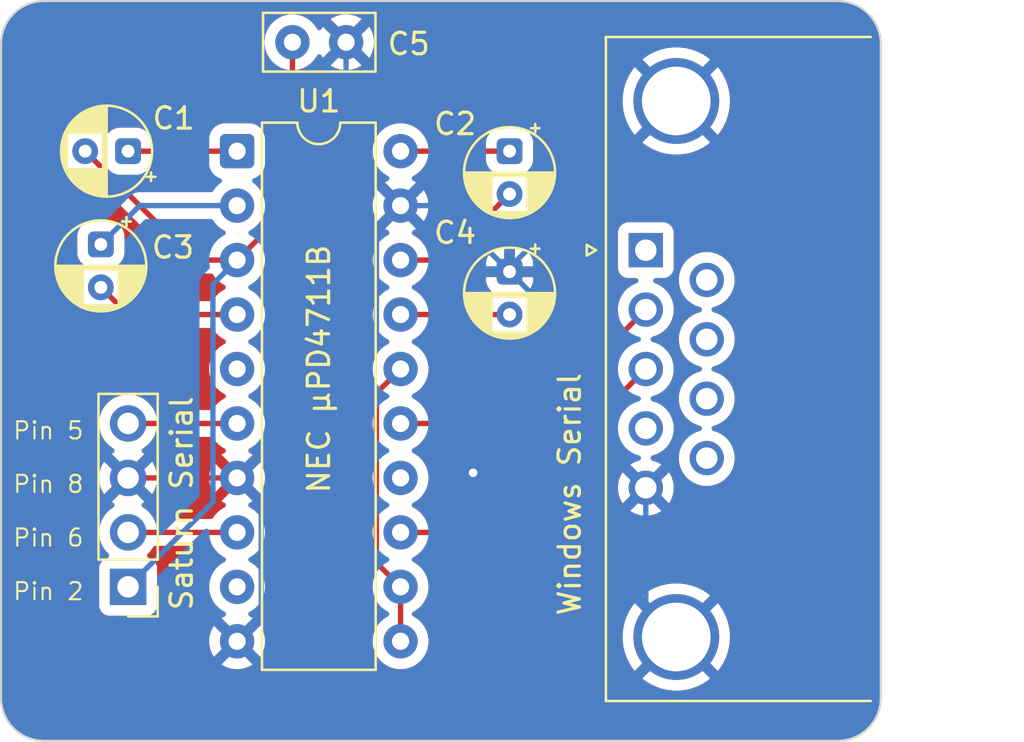
<source format=kicad_pcb>
(kicad_pcb (version 20241229) (generator "pcbnew") (generator_version "9.0")
  (title_block (title "Windows Communication Cable") (date "7/DEC/2025") (rev "A") (company "ASCII Corp.") (comment 3 "www.youtube.com/@Brfff") (comment 4 "Brett Hallen, Dec 2025"))
  (layers (0 "F.Cu" signal) (2 "B.Cu" signal) (13 "F.Paste" user) (15 "B.Paste" user) (5 "F.SilkS" user "F.Silkscreen") (7 "B.SilkS" user "B.Silkscreen") (1 "F.Mask" user) (3 "B.Mask" user) (25 "Edge.Cuts" user))
  (net 0 "")
  (net 1 "Net-(U1-V_{DD})")
  (net 2 "/SATURN_{アカ}")
  (net 3 "Net-(U1-C_{1}^{+})")
  (net 4 "Net-(U1-C_{1}^{-})")
  (net 5 "Net-(U1-C_{4}^{+})")
  (net 6 "Net-(U1-C_{4}^{-})")
  (net 7 "Net-(U1-V_{SS})")
  (net 8 "/SATURN_{クロ}")
  (net 9 "/SATURN_{シロ}")
  (net 15 "/WIN_{TX}")
  (net 16 "/WIN_{RX}")
  (net 18 "Net-(U1-D_{CON})")
  (net 22 "/GND")
  (footprint "Capacitor_THT:CP_Radial_D4.0mm_P2.00mm" (layer "F.Cu") (at 137.98 91.48 -90)
    (property "Reference" "C3" (at 0.14 -3.36 180) (layer "F.SilkS"))
    (property "Value" "1µF" (hide yes))
    (fp_line (start 1.2 0.84) (end 1.2 2.071) (stroke (width 0.12)) (layer "F.SilkS"))
    (fp_line (start 1.24 0.84) (end 1.24 2.066) (stroke (width 0.12)) (layer "F.SilkS"))
    (fp_line (start 1.28 0.84) (end 1.28 2.061) (stroke (width 0.12)) (layer "F.SilkS"))
    (fp_line (start 1.32 0.84) (end 1.32 2.056) (stroke (width 0.12)) (layer "F.SilkS"))
    (fp_line (start 1.36 0.84) (end 1.36 2.049) (stroke (width 0.12)) (layer "F.SilkS"))
    (fp_line (start 1.4 0.84) (end 1.4 2.042) (stroke (width 0.12)) (layer "F.SilkS"))
    (fp_line (start 1.44 0.84) (end 1.44 2.034) (stroke (width 0.12)) (layer "F.SilkS"))
    (fp_line (start 1.48 0.84) (end 1.48 2.025) (stroke (width 0.12)) (layer "F.SilkS"))
    (fp_line (start 1.52 0.84) (end 1.52 2.015) (stroke (width 0.12)) (layer "F.SilkS"))
    (fp_line (start 1.56 0.84) (end 1.56 2.005) (stroke (width 0.12)) (layer "F.SilkS"))
    (fp_line (start 1.6 0.84) (end 1.6 1.993) (stroke (width 0.12)) (layer "F.SilkS"))
    (fp_line (start 1.64 0.84) (end 1.64 1.981) (stroke (width 0.12)) (layer "F.SilkS"))
    (fp_line (start 1.68 0.84) (end 1.68 1.968) (stroke (width 0.12)) (layer "F.SilkS"))
    (fp_line (start 1.72 0.84) (end 1.72 1.954) (stroke (width 0.12)) (layer "F.SilkS"))
    (fp_line (start 1.76 0.84) (end 1.76 1.939) (stroke (width 0.12)) (layer "F.SilkS"))
    (fp_line (start 1.8 0.84) (end 1.8 1.923) (stroke (width 0.12)) (layer "F.SilkS"))
    (fp_line (start 1.84 0.84) (end 1.84 1.906) (stroke (width 0.12)) (layer "F.SilkS"))
    (fp_line (start 1.88 0.84) (end 1.88 1.889) (stroke (width 0.12)) (layer "F.SilkS"))
    (fp_line (start 1.92 0.84) (end 1.92 1.87) (stroke (width 0.12)) (layer "F.SilkS"))
    (fp_line (start 1.96 0.84) (end 1.96 1.85) (stroke (width 0.12)) (layer "F.SilkS"))
    (fp_line (start 2 0.84) (end 2 1.829) (stroke (width 0.12)) (layer "F.SilkS"))
    (fp_line (start 2.04 0.84) (end 2.04 1.807) (stroke (width 0.12)) (layer "F.SilkS"))
    (fp_line (start 2.08 0.84) (end 2.08 1.784) (stroke (width 0.12)) (layer "F.SilkS"))
    (fp_line (start 2.12 0.84) (end 2.12 1.76) (stroke (width 0.12)) (layer "F.SilkS"))
    (fp_line (start 2.16 0.84) (end 2.16 1.734) (stroke (width 0.12)) (layer "F.SilkS"))
    (fp_line (start 2.2 0.84) (end 2.2 1.708) (stroke (width 0.12)) (layer "F.SilkS"))
    (fp_line (start 2.24 0.84) (end 2.24 1.68) (stroke (width 0.12)) (layer "F.SilkS"))
    (fp_line (start 2.28 0.84) (end 2.28 1.65) (stroke (width 0.12)) (layer "F.SilkS"))
    (fp_line (start 2.32 0.84) (end 2.32 1.619) (stroke (width 0.12)) (layer "F.SilkS"))
    (fp_line (start 2.36 0.84) (end 2.36 1.586) (stroke (width 0.12)) (layer "F.SilkS"))
    (fp_line (start 2.4 0.84) (end 2.4 1.552) (stroke (width 0.12)) (layer "F.SilkS"))
    (fp_line (start 2.44 0.84) (end 2.44 1.516) (stroke (width 0.12)) (layer "F.SilkS"))
    (fp_line (start 2.48 0.84) (end 2.48 1.478) (stroke (width 0.12)) (layer "F.SilkS"))
    (fp_line (start 2.52 0.84) (end 2.52 1.438) (stroke (width 0.12)) (layer "F.SilkS"))
    (fp_line (start 2.56 0.84) (end 2.56 1.396) (stroke (width 0.12)) (layer "F.SilkS"))
    (fp_line (start 2.6 0.84) (end 2.6 1.351) (stroke (width 0.12)) (layer "F.SilkS"))
    (fp_line (start 2.64 0.84) (end 2.64 1.303) (stroke (width 0.12)) (layer "F.SilkS"))
    (fp_line (start 2.68 0.84) (end 2.68 1.253) (stroke (width 0.12)) (layer "F.SilkS"))
    (fp_line (start 2.72 0.84) (end 2.72 1.199) (stroke (width 0.12)) (layer "F.SilkS"))
    (fp_line (start 2.76 0.84) (end 2.76 1.142) (stroke (width 0.12)) (layer "F.SilkS"))
    (fp_line (start 2.8 0.84) (end 2.8 1.08) (stroke (width 0.12)) (layer "F.SilkS"))
    (fp_line (start 3.08 -0.37) (end 3.08 0.37) (stroke (width 0.12)) (layer "F.SilkS"))
    (fp_line (start 3.04 -0.537) (end 3.04 0.537) (stroke (width 0.12)) (layer "F.SilkS"))
    (fp_line (start 3 -0.663) (end 3 0.663) (stroke (width 0.12)) (layer "F.SilkS"))
    (fp_line (start 2.96 -0.768) (end 2.96 0.768) (stroke (width 0.12)) (layer "F.SilkS"))
    (fp_line (start 2.92 -0.859) (end 2.92 0.859) (stroke (width 0.12)) (layer "F.SilkS"))
    (fp_line (start 2.88 -0.94) (end 2.88 0.94) (stroke (width 0.12)) (layer "F.SilkS"))
    (fp_line (start 2.84 -1.013) (end 2.84 1.013) (stroke (width 0.12)) (layer "F.SilkS"))
    (fp_line (start 2.8 -1.08) (end 2.8 -0.84) (stroke (width 0.12)) (layer "F.SilkS"))
    (fp_line (start 2.76 -1.142) (end 2.76 -0.84) (stroke (width 0.12)) (layer "F.SilkS"))
    (fp_line (start -1.269801 -1.195) (end -0.869801 -1.195) (stroke (width 0.12)) (layer "F.SilkS"))
    (fp_line (start 2.72 -1.199) (end 2.72 -0.84) (stroke (width 0.12)) (layer "F.SilkS"))
    (fp_line (start 2.68 -1.253) (end 2.68 -0.84) (stroke (width 0.12)) (layer "F.SilkS"))
    (fp_line (start 2.64 -1.303) (end 2.64 -0.84) (stroke (width 0.12)) (layer "F.SilkS"))
    (fp_line (start 2.6 -1.351) (end 2.6 -0.84) (stroke (width 0.12)) (layer "F.SilkS"))
    (fp_line (start -1.069801 -1.395) (end -1.069801 -0.995) (stroke (width 0.12)) (layer "F.SilkS"))
    (fp_line (start 2.56 -1.396) (end 2.56 -0.84) (stroke (width 0.12)) (layer "F.SilkS"))
    (fp_line (start 2.52 -1.438) (end 2.52 -0.84) (stroke (width 0.12)) (layer "F.SilkS"))
    (fp_line (start 2.48 -1.478) (end 2.48 -0.84) (stroke (width 0.12)) (layer "F.SilkS"))
    (fp_line (start 2.44 -1.516) (end 2.44 -0.84) (stroke (width 0.12)) (layer "F.SilkS"))
    (fp_line (start 2.4 -1.552) (end 2.4 -0.84) (stroke (width 0.12)) (layer "F.SilkS"))
    (fp_line (start 2.36 -1.586) (end 2.36 -0.84) (stroke (width 0.12)) (layer "F.SilkS"))
    (fp_line (start 2.32 -1.619) (end 2.32 -0.84) (stroke (width 0.12)) (layer "F.SilkS"))
    (fp_line (start 2.28 -1.65) (end 2.28 -0.84) (stroke (width 0.12)) (layer "F.SilkS"))
    (fp_line (start 2.24 -1.68) (end 2.24 -0.84) (stroke (width 0.12)) (layer "F.SilkS"))
    (fp_line (start 2.2 -1.708) (end 2.2 -0.84) (stroke (width 0.12)) (layer "F.SilkS"))
    (fp_line (start 2.16 -1.734) (end 2.16 -0.84) (stroke (width 0.12)) (layer "F.SilkS"))
    (fp_line (start 2.12 -1.76) (end 2.12 -0.84) (stroke (width 0.12)) (layer "F.SilkS"))
    (fp_line (start 2.08 -1.784) (end 2.08 -0.84) (stroke (width 0.12)) (layer "F.SilkS"))
    (fp_line (start 2.04 -1.807) (end 2.04 -0.84) (stroke (width 0.12)) (layer "F.SilkS"))
    (fp_line (start 2 -1.829) (end 2 -0.84) (stroke (width 0.12)) (layer "F.SilkS"))
    (fp_line (start 1.96 -1.85) (end 1.96 -0.84) (stroke (width 0.12)) (layer "F.SilkS"))
    (fp_line (start 1.92 -1.87) (end 1.92 -0.84) (stroke (width 0.12)) (layer "F.SilkS"))
    (fp_line (start 1.88 -1.889) (end 1.88 -0.84) (stroke (width 0.12)) (layer "F.SilkS"))
    (fp_line (start 1.84 -1.906) (end 1.84 -0.84) (stroke (width 0.12)) (layer "F.SilkS"))
    (fp_line (start 1.8 -1.923) (end 1.8 -0.84) (stroke (width 0.12)) (layer "F.SilkS"))
    (fp_line (start 1.76 -1.939) (end 1.76 -0.84) (stroke (width 0.12)) (layer "F.SilkS"))
    (fp_line (start 1.72 -1.954) (end 1.72 -0.84) (stroke (width 0.12)) (layer "F.SilkS"))
    (fp_line (start 1.68 -1.968) (end 1.68 -0.84) (stroke (width 0.12)) (layer "F.SilkS"))
    (fp_line (start 1.64 -1.981) (end 1.64 -0.84) (stroke (width 0.12)) (layer "F.SilkS"))
    (fp_line (start 1.6 -1.993) (end 1.6 -0.84) (stroke (width 0.12)) (layer "F.SilkS"))
    (fp_line (start 1.56 -2.005) (end 1.56 -0.84) (stroke (width 0.12)) (layer "F.SilkS"))
    (fp_line (start 1.52 -2.015) (end 1.52 -0.84) (stroke (width 0.12)) (layer "F.SilkS"))
    (fp_line (start 1.48 -2.025) (end 1.48 -0.84) (stroke (width 0.12)) (layer "F.SilkS"))
    (fp_line (start 1.44 -2.034) (end 1.44 -0.84) (stroke (width 0.12)) (layer "F.SilkS"))
    (fp_line (start 1.4 -2.042) (end 1.4 -0.84) (stroke (width 0.12)) (layer "F.SilkS"))
    (fp_line (start 1.36 -2.049) (end 1.36 -0.84) (stroke (width 0.12)) (layer "F.SilkS"))
    (fp_line (start 1.32 -2.056) (end 1.32 -0.84) (stroke (width 0.12)) (layer "F.SilkS"))
    (fp_line (start 1.28 -2.061) (end 1.28 -0.84) (stroke (width 0.12)) (layer "F.SilkS"))
    (fp_line (start 1.24 -2.066) (end 1.24 -0.84) (stroke (width 0.12)) (layer "F.SilkS"))
    (fp_line (start 1.2 -2.071) (end 1.2 -0.84) (stroke (width 0.12)) (layer "F.SilkS"))
    (fp_line (start 1.16 -2.074) (end 1.16 2.074) (stroke (width 0.12)) (layer "F.SilkS"))
    (fp_line (start 1.12 -2.077) (end 1.12 2.077) (stroke (width 0.12)) (layer "F.SilkS"))
    (fp_line (start 1.08 -2.078) (end 1.08 2.078) (stroke (width 0.12)) (layer "F.SilkS"))
    (fp_line (start 1 -2.08) (end 1 2.08) (stroke (width 0.12)) (layer "F.SilkS"))
    (fp_line (start 1.04 -2.08) (end 1.04 2.08) (stroke (width 0.12)) (layer "F.SilkS"))
    (fp_circle (center 1 0) (end 3.12 0) (stroke (width 0.12)) (fill no) (layer "F.SilkS"))
    (pad "1" thru_hole roundrect (at 0 0 270) (size 1.2 1.2) (drill 0.6) (layers "*.Cu" "*.Mask") (roundrect_rratio 0.208333) (net 3 "Net-(U1-C_{1}^{+})"))
    (pad "2" thru_hole circle (at 2 0 270) (size 1.2 1.2) (drill 0.6) (layers "*.Cu" "*.Mask") (net 4 "Net-(U1-C_{1}^{-})"))
  )
  (footprint "Connector_Dsub:DSUB-9_Socket_Horizontal_P2.77x2.84mm_EdgePinOffset7.70mm_Housed_MountingHolesOffset9.12mm" (layer "F.Cu") (at 163.38 91.75 90)
    (property "Reference" "J2" (hide yes))
    (property "Value" "Windows Serial" (at -11.38 -3.55 90) (layer "F.SilkS"))
    (fp_line (start 0.25 -2.754338) (end 0 -2.321325) (stroke (width 0.12)) (layer "F.SilkS"))
    (fp_line (start -0.25 -2.754338) (end 0.25 -2.754338) (stroke (width 0.12)) (layer "F.SilkS"))
    (fp_line (start 0 -2.321325) (end -0.25 -2.754338) (stroke (width 0.12)) (layer "F.SilkS"))
    (fp_line (start 9.945 -1.86) (end 9.945 10.48) (stroke (width 0.12)) (layer "F.SilkS"))
    (fp_line (start -21.025 -1.86) (end 9.945 -1.86) (stroke (width 0.12)) (layer "F.SilkS"))
    (fp_line (start -21.025 10.48) (end -21.025 -1.86) (stroke (width 0.12)) (layer "F.SilkS"))
    (pad "0" thru_hole circle (at -18.04 1.42 90) (size 4 4) (drill 3.2) (layers "*.Cu" "*.Mask") (net 22 "/GND"))
    (pad "0" thru_hole circle (at 6.96 1.42 90) (size 4 4) (drill 3.2) (layers "*.Cu" "*.Mask") (net 22 "/GND"))
    (pad "1" thru_hole rect (at 0 0 90) (size 1.6 1.6) (drill 1) (layers "*.Cu" "*.Mask"))
    (pad "2" thru_hole circle (at -2.77 0 90) (size 1.6 1.6) (drill 1) (layers "*.Cu" "*.Mask") (net 16 "/WIN_{RX}"))
    (pad "3" thru_hole circle (at -5.54 0 90) (size 1.6 1.6) (drill 1) (layers "*.Cu" "*.Mask") (net 15 "/WIN_{TX}"))
    (pad "4" thru_hole circle (at -8.31 0 90) (size 1.6 1.6) (drill 1) (layers "*.Cu" "*.Mask"))
    (pad "5" thru_hole circle (at -11.08 0 90) (size 1.6 1.6) (drill 1) (layers "*.Cu" "*.Mask") (net 22 "/GND"))
    (pad "6" thru_hole circle (at -1.385 2.84 90) (size 1.6 1.6) (drill 1) (layers "*.Cu" "*.Mask"))
    (pad "7" thru_hole circle (at -4.155 2.84 90) (size 1.6 1.6) (drill 1) (layers "*.Cu" "*.Mask"))
    (pad "8" thru_hole circle (at -6.925 2.84 90) (size 1.6 1.6) (drill 1) (layers "*.Cu" "*.Mask"))
    (pad "9" thru_hole circle (at -9.695 2.84 90) (size 1.6 1.6) (drill 1) (layers "*.Cu" "*.Mask"))
  )
  (footprint "Capacitor_THT:CP_Radial_D4.0mm_P2.00mm" (layer "F.Cu") (at 157.03 92.75 -90)
    (property "Reference" "C4" (at -1.81 2.54 180) (layer "F.SilkS"))
    (property "Value" "1µF" (hide yes))
    (fp_line (start 1.2 0.84) (end 1.2 2.071) (stroke (width 0.12)) (layer "F.SilkS"))
    (fp_line (start 1.24 0.84) (end 1.24 2.066) (stroke (width 0.12)) (layer "F.SilkS"))
    (fp_line (start 1.28 0.84) (end 1.28 2.061) (stroke (width 0.12)) (layer "F.SilkS"))
    (fp_line (start 1.32 0.84) (end 1.32 2.056) (stroke (width 0.12)) (layer "F.SilkS"))
    (fp_line (start 1.36 0.84) (end 1.36 2.049) (stroke (width 0.12)) (layer "F.SilkS"))
    (fp_line (start 1.4 0.84) (end 1.4 2.042) (stroke (width 0.12)) (layer "F.SilkS"))
    (fp_line (start 1.44 0.84) (end 1.44 2.034) (stroke (width 0.12)) (layer "F.SilkS"))
    (fp_line (start 1.48 0.84) (end 1.48 2.025) (stroke (width 0.12)) (layer "F.SilkS"))
    (fp_line (start 1.52 0.84) (end 1.52 2.015) (stroke (width 0.12)) (layer "F.SilkS"))
    (fp_line (start 1.56 0.84) (end 1.56 2.005) (stroke (width 0.12)) (layer "F.SilkS"))
    (fp_line (start 1.6 0.84) (end 1.6 1.993) (stroke (width 0.12)) (layer "F.SilkS"))
    (fp_line (start 1.64 0.84) (end 1.64 1.981) (stroke (width 0.12)) (layer "F.SilkS"))
    (fp_line (start 1.68 0.84) (end 1.68 1.968) (stroke (width 0.12)) (layer "F.SilkS"))
    (fp_line (start 1.72 0.84) (end 1.72 1.954) (stroke (width 0.12)) (layer "F.SilkS"))
    (fp_line (start 1.76 0.84) (end 1.76 1.939) (stroke (width 0.12)) (layer "F.SilkS"))
    (fp_line (start 1.8 0.84) (end 1.8 1.923) (stroke (width 0.12)) (layer "F.SilkS"))
    (fp_line (start 1.84 0.84) (end 1.84 1.906) (stroke (width 0.12)) (layer "F.SilkS"))
    (fp_line (start 1.88 0.84) (end 1.88 1.889) (stroke (width 0.12)) (layer "F.SilkS"))
    (fp_line (start 1.92 0.84) (end 1.92 1.87) (stroke (width 0.12)) (layer "F.SilkS"))
    (fp_line (start 1.96 0.84) (end 1.96 1.85) (stroke (width 0.12)) (layer "F.SilkS"))
    (fp_line (start 2 0.84) (end 2 1.829) (stroke (width 0.12)) (layer "F.SilkS"))
    (fp_line (start 2.04 0.84) (end 2.04 1.807) (stroke (width 0.12)) (layer "F.SilkS"))
    (fp_line (start 2.08 0.84) (end 2.08 1.784) (stroke (width 0.12)) (layer "F.SilkS"))
    (fp_line (start 2.12 0.84) (end 2.12 1.76) (stroke (width 0.12)) (layer "F.SilkS"))
    (fp_line (start 2.16 0.84) (end 2.16 1.734) (stroke (width 0.12)) (layer "F.SilkS"))
    (fp_line (start 2.2 0.84) (end 2.2 1.708) (stroke (width 0.12)) (layer "F.SilkS"))
    (fp_line (start 2.24 0.84) (end 2.24 1.68) (stroke (width 0.12)) (layer "F.SilkS"))
    (fp_line (start 2.28 0.84) (end 2.28 1.65) (stroke (width 0.12)) (layer "F.SilkS"))
    (fp_line (start 2.32 0.84) (end 2.32 1.619) (stroke (width 0.12)) (layer "F.SilkS"))
    (fp_line (start 2.36 0.84) (end 2.36 1.586) (stroke (width 0.12)) (layer "F.SilkS"))
    (fp_line (start 2.4 0.84) (end 2.4 1.552) (stroke (width 0.12)) (layer "F.SilkS"))
    (fp_line (start 2.44 0.84) (end 2.44 1.516) (stroke (width 0.12)) (layer "F.SilkS"))
    (fp_line (start 2.48 0.84) (end 2.48 1.478) (stroke (width 0.12)) (layer "F.SilkS"))
    (fp_line (start 2.52 0.84) (end 2.52 1.438) (stroke (width 0.12)) (layer "F.SilkS"))
    (fp_line (start 2.56 0.84) (end 2.56 1.396) (stroke (width 0.12)) (layer "F.SilkS"))
    (fp_line (start 2.6 0.84) (end 2.6 1.351) (stroke (width 0.12)) (layer "F.SilkS"))
    (fp_line (start 2.64 0.84) (end 2.64 1.303) (stroke (width 0.12)) (layer "F.SilkS"))
    (fp_line (start 2.68 0.84) (end 2.68 1.253) (stroke (width 0.12)) (layer "F.SilkS"))
    (fp_line (start 2.72 0.84) (end 2.72 1.199) (stroke (width 0.12)) (layer "F.SilkS"))
    (fp_line (start 2.76 0.84) (end 2.76 1.142) (stroke (width 0.12)) (layer "F.SilkS"))
    (fp_line (start 2.8 0.84) (end 2.8 1.08) (stroke (width 0.12)) (layer "F.SilkS"))
    (fp_line (start 3.08 -0.37) (end 3.08 0.37) (stroke (width 0.12)) (layer "F.SilkS"))
    (fp_line (start 3.04 -0.537) (end 3.04 0.537) (stroke (width 0.12)) (layer "F.SilkS"))
    (fp_line (start 3 -0.663) (end 3 0.663) (stroke (width 0.12)) (layer "F.SilkS"))
    (fp_line (start 2.96 -0.768) (end 2.96 0.768) (stroke (width 0.12)) (layer "F.SilkS"))
    (fp_line (start 2.92 -0.859) (end 2.92 0.859) (stroke (width 0.12)) (layer "F.SilkS"))
    (fp_line (start 2.88 -0.94) (end 2.88 0.94) (stroke (width 0.12)) (layer "F.SilkS"))
    (fp_line (start 2.84 -1.013) (end 2.84 1.013) (stroke (width 0.12)) (layer "F.SilkS"))
    (fp_line (start 2.8 -1.08) (end 2.8 -0.84) (stroke (width 0.12)) (layer "F.SilkS"))
    (fp_line (start 2.76 -1.142) (end 2.76 -0.84) (stroke (width 0.12)) (layer "F.SilkS"))
    (fp_line (start -1.269801 -1.195) (end -0.869801 -1.195) (stroke (width 0.12)) (layer "F.SilkS"))
    (fp_line (start 2.72 -1.199) (end 2.72 -0.84) (stroke (width 0.12)) (layer "F.SilkS"))
    (fp_line (start 2.68 -1.253) (end 2.68 -0.84) (stroke (width 0.12)) (layer "F.SilkS"))
    (fp_line (start 2.64 -1.303) (end 2.64 -0.84) (stroke (width 0.12)) (layer "F.SilkS"))
    (fp_line (start 2.6 -1.351) (end 2.6 -0.84) (stroke (width 0.12)) (layer "F.SilkS"))
    (fp_line (start -1.069801 -1.395) (end -1.069801 -0.995) (stroke (width 0.12)) (layer "F.SilkS"))
    (fp_line (start 2.56 -1.396) (end 2.56 -0.84) (stroke (width 0.12)) (layer "F.SilkS"))
    (fp_line (start 2.52 -1.438) (end 2.52 -0.84) (stroke (width 0.12)) (layer "F.SilkS"))
    (fp_line (start 2.48 -1.478) (end 2.48 -0.84) (stroke (width 0.12)) (layer "F.SilkS"))
    (fp_line (start 2.44 -1.516) (end 2.44 -0.84) (stroke (width 0.12)) (layer "F.SilkS"))
    (fp_line (start 2.4 -1.552) (end 2.4 -0.84) (stroke (width 0.12)) (layer "F.SilkS"))
    (fp_line (start 2.36 -1.586) (end 2.36 -0.84) (stroke (width 0.12)) (layer "F.SilkS"))
    (fp_line (start 2.32 -1.619) (end 2.32 -0.84) (stroke (width 0.12)) (layer "F.SilkS"))
    (fp_line (start 2.28 -1.65) (end 2.28 -0.84) (stroke (width 0.12)) (layer "F.SilkS"))
    (fp_line (start 2.24 -1.68) (end 2.24 -0.84) (stroke (width 0.12)) (layer "F.SilkS"))
    (fp_line (start 2.2 -1.708) (end 2.2 -0.84) (stroke (width 0.12)) (layer "F.SilkS"))
    (fp_line (start 2.16 -1.734) (end 2.16 -0.84) (stroke (width 0.12)) (layer "F.SilkS"))
    (fp_line (start 2.12 -1.76) (end 2.12 -0.84) (stroke (width 0.12)) (layer "F.SilkS"))
    (fp_line (start 2.08 -1.784) (end 2.08 -0.84) (stroke (width 0.12)) (layer "F.SilkS"))
    (fp_line (start 2.04 -1.807) (end 2.04 -0.84) (stroke (width 0.12)) (layer "F.SilkS"))
    (fp_line (start 2 -1.829) (end 2 -0.84) (stroke (width 0.12)) (layer "F.SilkS"))
    (fp_line (start 1.96 -1.85) (end 1.96 -0.84) (stroke (width 0.12)) (layer "F.SilkS"))
    (fp_line (start 1.92 -1.87) (end 1.92 -0.84) (stroke (width 0.12)) (layer "F.SilkS"))
    (fp_line (start 1.88 -1.889) (end 1.88 -0.84) (stroke (width 0.12)) (layer "F.SilkS"))
    (fp_line (start 1.84 -1.906) (end 1.84 -0.84) (stroke (width 0.12)) (layer "F.SilkS"))
    (fp_line (start 1.8 -1.923) (end 1.8 -0.84) (stroke (width 0.12)) (layer "F.SilkS"))
    (fp_line (start 1.76 -1.939) (end 1.76 -0.84) (stroke (width 0.12)) (layer "F.SilkS"))
    (fp_line (start 1.72 -1.954) (end 1.72 -0.84) (stroke (width 0.12)) (layer "F.SilkS"))
    (fp_line (start 1.68 -1.968) (end 1.68 -0.84) (stroke (width 0.12)) (layer "F.SilkS"))
    (fp_line (start 1.64 -1.981) (end 1.64 -0.84) (stroke (width 0.12)) (layer "F.SilkS"))
    (fp_line (start 1.6 -1.993) (end 1.6 -0.84) (stroke (width 0.12)) (layer "F.SilkS"))
    (fp_line (start 1.56 -2.005) (end 1.56 -0.84) (stroke (width 0.12)) (layer "F.SilkS"))
    (fp_line (start 1.52 -2.015) (end 1.52 -0.84) (stroke (width 0.12)) (layer "F.SilkS"))
    (fp_line (start 1.48 -2.025) (end 1.48 -0.84) (stroke (width 0.12)) (layer "F.SilkS"))
    (fp_line (start 1.44 -2.034) (end 1.44 -0.84) (stroke (width 0.12)) (layer "F.SilkS"))
    (fp_line (start 1.4 -2.042) (end 1.4 -0.84) (stroke (width 0.12)) (layer "F.SilkS"))
    (fp_line (start 1.36 -2.049) (end 1.36 -0.84) (stroke (width 0.12)) (layer "F.SilkS"))
    (fp_line (start 1.32 -2.056) (end 1.32 -0.84) (stroke (width 0.12)) (layer "F.SilkS"))
    (fp_line (start 1.28 -2.061) (end 1.28 -0.84) (stroke (width 0.12)) (layer "F.SilkS"))
    (fp_line (start 1.24 -2.066) (end 1.24 -0.84) (stroke (width 0.12)) (layer "F.SilkS"))
    (fp_line (start 1.2 -2.071) (end 1.2 -0.84) (stroke (width 0.12)) (layer "F.SilkS"))
    (fp_line (start 1.16 -2.074) (end 1.16 2.074) (stroke (width 0.12)) (layer "F.SilkS"))
    (fp_line (start 1.12 -2.077) (end 1.12 2.077) (stroke (width 0.12)) (layer "F.SilkS"))
    (fp_line (start 1.08 -2.078) (end 1.08 2.078) (stroke (width 0.12)) (layer "F.SilkS"))
    (fp_line (start 1 -2.08) (end 1 2.08) (stroke (width 0.12)) (layer "F.SilkS"))
    (fp_line (start 1.04 -2.08) (end 1.04 2.08) (stroke (width 0.12)) (layer "F.SilkS"))
    (fp_circle (center 1 0) (end 3.12 0) (stroke (width 0.12)) (fill no) (layer "F.SilkS"))
    (pad "1" thru_hole roundrect (at 0 0 270) (size 1.2 1.2) (drill 0.6) (layers "*.Cu" "*.Mask") (roundrect_rratio 0.208333) (net 22 "/GND"))
    (pad "2" thru_hole circle (at 2 0 270) (size 1.2 1.2) (drill 0.6) (layers "*.Cu" "*.Mask") (net 7 "Net-(U1-V_{SS})"))
  )
  (footprint "Connector_PinHeader_2.54mm:PinHeader_1x04_P2.54mm_Vertical" (layer "F.Cu") (at 139.25 107.45 180)
    (property "Reference" "J1" (hide yes))
    (property "Value" "To Saturn Serial" (hide yes))
    (fp_line (start 1.38 1.27) (end 1.38 9) (stroke (width 0.12)) (layer "F.SilkS"))
    (fp_line (start -1.38 9) (end 1.38 9) (stroke (width 0.12)) (layer "F.SilkS"))
    (fp_line (start -1.38 1.27) (end 1.38 1.27) (stroke (width 0.12)) (layer "F.SilkS"))
    (fp_line (start -1.38 1.27) (end -1.38 9) (stroke (width 0.12)) (layer "F.SilkS"))
    (fp_line (start -1.38 0) (end -1.38 -1.38) (stroke (width 0.12)) (layer "F.SilkS"))
    (fp_line (start -1.38 -1.38) (end 0 -1.38) (stroke (width 0.12)) (layer "F.SilkS"))
    (pad "1" thru_hole rect (at 0 0 180) (size 1.7 1.7) (drill 1) (layers "*.Cu" "*.Mask") (net 2 "/SATURN_{アカ}"))
    (pad "2" thru_hole circle (at 0 2.54 180) (size 1.7 1.7) (drill 1) (layers "*.Cu" "*.Mask") (net 8 "/SATURN_{クロ}"))
    (pad "3" thru_hole circle (at 0 5.08 180) (size 1.7 1.7) (drill 1) (layers "*.Cu" "*.Mask") (net 22 "/GND"))
    (pad "4" thru_hole circle (at 0 7.62 180) (size 1.7 1.7) (drill 1) (layers "*.Cu" "*.Mask") (net 9 "/SATURN_{シロ}"))
  )
  (footprint "Capacitor_THT:CP_Radial_D4.0mm_P2.00mm" (layer "F.Cu") (at 157.03 87.13 -90)
    (property "Reference" "C2" (at -1.27 2.54 180) (layer "F.SilkS"))
    (property "Value" "1µF" (hide yes))
    (fp_line (start 1.2 0.84) (end 1.2 2.071) (stroke (width 0.12)) (layer "F.SilkS"))
    (fp_line (start 1.24 0.84) (end 1.24 2.066) (stroke (width 0.12)) (layer "F.SilkS"))
    (fp_line (start 1.28 0.84) (end 1.28 2.061) (stroke (width 0.12)) (layer "F.SilkS"))
    (fp_line (start 1.32 0.84) (end 1.32 2.056) (stroke (width 0.12)) (layer "F.SilkS"))
    (fp_line (start 1.36 0.84) (end 1.36 2.049) (stroke (width 0.12)) (layer "F.SilkS"))
    (fp_line (start 1.4 0.84) (end 1.4 2.042) (stroke (width 0.12)) (layer "F.SilkS"))
    (fp_line (start 1.44 0.84) (end 1.44 2.034) (stroke (width 0.12)) (layer "F.SilkS"))
    (fp_line (start 1.48 0.84) (end 1.48 2.025) (stroke (width 0.12)) (layer "F.SilkS"))
    (fp_line (start 1.52 0.84) (end 1.52 2.015) (stroke (width 0.12)) (layer "F.SilkS"))
    (fp_line (start 1.56 0.84) (end 1.56 2.005) (stroke (width 0.12)) (layer "F.SilkS"))
    (fp_line (start 1.6 0.84) (end 1.6 1.993) (stroke (width 0.12)) (layer "F.SilkS"))
    (fp_line (start 1.64 0.84) (end 1.64 1.981) (stroke (width 0.12)) (layer "F.SilkS"))
    (fp_line (start 1.68 0.84) (end 1.68 1.968) (stroke (width 0.12)) (layer "F.SilkS"))
    (fp_line (start 1.72 0.84) (end 1.72 1.954) (stroke (width 0.12)) (layer "F.SilkS"))
    (fp_line (start 1.76 0.84) (end 1.76 1.939) (stroke (width 0.12)) (layer "F.SilkS"))
    (fp_line (start 1.8 0.84) (end 1.8 1.923) (stroke (width 0.12)) (layer "F.SilkS"))
    (fp_line (start 1.84 0.84) (end 1.84 1.906) (stroke (width 0.12)) (layer "F.SilkS"))
    (fp_line (start 1.88 0.84) (end 1.88 1.889) (stroke (width 0.12)) (layer "F.SilkS"))
    (fp_line (start 1.92 0.84) (end 1.92 1.87) (stroke (width 0.12)) (layer "F.SilkS"))
    (fp_line (start 1.96 0.84) (end 1.96 1.85) (stroke (width 0.12)) (layer "F.SilkS"))
    (fp_line (start 2 0.84) (end 2 1.829) (stroke (width 0.12)) (layer "F.SilkS"))
    (fp_line (start 2.04 0.84) (end 2.04 1.807) (stroke (width 0.12)) (layer "F.SilkS"))
    (fp_line (start 2.08 0.84) (end 2.08 1.784) (stroke (width 0.12)) (layer "F.SilkS"))
    (fp_line (start 2.12 0.84) (end 2.12 1.76) (stroke (width 0.12)) (layer "F.SilkS"))
    (fp_line (start 2.16 0.84) (end 2.16 1.734) (stroke (width 0.12)) (layer "F.SilkS"))
    (fp_line (start 2.2 0.84) (end 2.2 1.708) (stroke (width 0.12)) (layer "F.SilkS"))
    (fp_line (start 2.24 0.84) (end 2.24 1.68) (stroke (width 0.12)) (layer "F.SilkS"))
    (fp_line (start 2.28 0.84) (end 2.28 1.65) (stroke (width 0.12)) (layer "F.SilkS"))
    (fp_line (start 2.32 0.84) (end 2.32 1.619) (stroke (width 0.12)) (layer "F.SilkS"))
    (fp_line (start 2.36 0.84) (end 2.36 1.586) (stroke (width 0.12)) (layer "F.SilkS"))
    (fp_line (start 2.4 0.84) (end 2.4 1.552) (stroke (width 0.12)) (layer "F.SilkS"))
    (fp_line (start 2.44 0.84) (end 2.44 1.516) (stroke (width 0.12)) (layer "F.SilkS"))
    (fp_line (start 2.48 0.84) (end 2.48 1.478) (stroke (width 0.12)) (layer "F.SilkS"))
    (fp_line (start 2.52 0.84) (end 2.52 1.438) (stroke (width 0.12)) (layer "F.SilkS"))
    (fp_line (start 2.56 0.84) (end 2.56 1.396) (stroke (width 0.12)) (layer "F.SilkS"))
    (fp_line (start 2.6 0.84) (end 2.6 1.351) (stroke (width 0.12)) (layer "F.SilkS"))
    (fp_line (start 2.64 0.84) (end 2.64 1.303) (stroke (width 0.12)) (layer "F.SilkS"))
    (fp_line (start 2.68 0.84) (end 2.68 1.253) (stroke (width 0.12)) (layer "F.SilkS"))
    (fp_line (start 2.72 0.84) (end 2.72 1.199) (stroke (width 0.12)) (layer "F.SilkS"))
    (fp_line (start 2.76 0.84) (end 2.76 1.142) (stroke (width 0.12)) (layer "F.SilkS"))
    (fp_line (start 2.8 0.84) (end 2.8 1.08) (stroke (width 0.12)) (layer "F.SilkS"))
    (fp_line (start 3.08 -0.37) (end 3.08 0.37) (stroke (width 0.12)) (layer "F.SilkS"))
    (fp_line (start 3.04 -0.537) (end 3.04 0.537) (stroke (width 0.12)) (layer "F.SilkS"))
    (fp_line (start 3 -0.663) (end 3 0.663) (stroke (width 0.12)) (layer "F.SilkS"))
    (fp_line (start 2.96 -0.768) (end 2.96 0.768) (stroke (width 0.12)) (layer "F.SilkS"))
    (fp_line (start 2.92 -0.859) (end 2.92 0.859) (stroke (width 0.12)) (layer "F.SilkS"))
    (fp_line (start 2.88 -0.94) (end 2.88 0.94) (stroke (width 0.12)) (layer "F.SilkS"))
    (fp_line (start 2.84 -1.013) (end 2.84 1.013) (stroke (width 0.12)) (layer "F.SilkS"))
    (fp_line (start 2.8 -1.08) (end 2.8 -0.84) (stroke (width 0.12)) (layer "F.SilkS"))
    (fp_line (start 2.76 -1.142) (end 2.76 -0.84) (stroke (width 0.12)) (layer "F.SilkS"))
    (fp_line (start -1.269801 -1.195) (end -0.869801 -1.195) (stroke (width 0.12)) (layer "F.SilkS"))
    (fp_line (start 2.72 -1.199) (end 2.72 -0.84) (stroke (width 0.12)) (layer "F.SilkS"))
    (fp_line (start 2.68 -1.253) (end 2.68 -0.84) (stroke (width 0.12)) (layer "F.SilkS"))
    (fp_line (start 2.64 -1.303) (end 2.64 -0.84) (stroke (width 0.12)) (layer "F.SilkS"))
    (fp_line (start 2.6 -1.351) (end 2.6 -0.84) (stroke (width 0.12)) (layer "F.SilkS"))
    (fp_line (start -1.069801 -1.395) (end -1.069801 -0.995) (stroke (width 0.12)) (layer "F.SilkS"))
    (fp_line (start 2.56 -1.396) (end 2.56 -0.84) (stroke (width 0.12)) (layer "F.SilkS"))
    (fp_line (start 2.52 -1.438) (end 2.52 -0.84) (stroke (width 0.12)) (layer "F.SilkS"))
    (fp_line (start 2.48 -1.478) (end 2.48 -0.84) (stroke (width 0.12)) (layer "F.SilkS"))
    (fp_line (start 2.44 -1.516) (end 2.44 -0.84) (stroke (width 0.12)) (layer "F.SilkS"))
    (fp_line (start 2.4 -1.552) (end 2.4 -0.84) (stroke (width 0.12)) (layer "F.SilkS"))
    (fp_line (start 2.36 -1.586) (end 2.36 -0.84) (stroke (width 0.12)) (layer "F.SilkS"))
    (fp_line (start 2.32 -1.619) (end 2.32 -0.84) (stroke (width 0.12)) (layer "F.SilkS"))
    (fp_line (start 2.28 -1.65) (end 2.28 -0.84) (stroke (width 0.12)) (layer "F.SilkS"))
    (fp_line (start 2.24 -1.68) (end 2.24 -0.84) (stroke (width 0.12)) (layer "F.SilkS"))
    (fp_line (start 2.2 -1.708) (end 2.2 -0.84) (stroke (width 0.12)) (layer "F.SilkS"))
    (fp_line (start 2.16 -1.734) (end 2.16 -0.84) (stroke (width 0.12)) (layer "F.SilkS"))
    (fp_line (start 2.12 -1.76) (end 2.12 -0.84) (stroke (width 0.12)) (layer "F.SilkS"))
    (fp_line (start 2.08 -1.784) (end 2.08 -0.84) (stroke (width 0.12)) (layer "F.SilkS"))
    (fp_line (start 2.04 -1.807) (end 2.04 -0.84) (stroke (width 0.12)) (layer "F.SilkS"))
    (fp_line (start 2 -1.829) (end 2 -0.84) (stroke (width 0.12)) (layer "F.SilkS"))
    (fp_line (start 1.96 -1.85) (end 1.96 -0.84) (stroke (width 0.12)) (layer "F.SilkS"))
    (fp_line (start 1.92 -1.87) (end 1.92 -0.84) (stroke (width 0.12)) (layer "F.SilkS"))
    (fp_line (start 1.88 -1.889) (end 1.88 -0.84) (stroke (width 0.12)) (layer "F.SilkS"))
    (fp_line (start 1.84 -1.906) (end 1.84 -0.84) (stroke (width 0.12)) (layer "F.SilkS"))
    (fp_line (start 1.8 -1.923) (end 1.8 -0.84) (stroke (width 0.12)) (layer "F.SilkS"))
    (fp_line (start 1.76 -1.939) (end 1.76 -0.84) (stroke (width 0.12)) (layer "F.SilkS"))
    (fp_line (start 1.72 -1.954) (end 1.72 -0.84) (stroke (width 0.12)) (layer "F.SilkS"))
    (fp_line (start 1.68 -1.968) (end 1.68 -0.84) (stroke (width 0.12)) (layer "F.SilkS"))
    (fp_line (start 1.64 -1.981) (end 1.64 -0.84) (stroke (width 0.12)) (layer "F.SilkS"))
    (fp_line (start 1.6 -1.993) (end 1.6 -0.84) (stroke (width 0.12)) (layer "F.SilkS"))
    (fp_line (start 1.56 -2.005) (end 1.56 -0.84) (stroke (width 0.12)) (layer "F.SilkS"))
    (fp_line (start 1.52 -2.015) (end 1.52 -0.84) (stroke (width 0.12)) (layer "F.SilkS"))
    (fp_line (start 1.48 -2.025) (end 1.48 -0.84) (stroke (width 0.12)) (layer "F.SilkS"))
    (fp_line (start 1.44 -2.034) (end 1.44 -0.84) (stroke (width 0.12)) (layer "F.SilkS"))
    (fp_line (start 1.4 -2.042) (end 1.4 -0.84) (stroke (width 0.12)) (layer "F.SilkS"))
    (fp_line (start 1.36 -2.049) (end 1.36 -0.84) (stroke (width 0.12)) (layer "F.SilkS"))
    (fp_line (start 1.32 -2.056) (end 1.32 -0.84) (stroke (width 0.12)) (layer "F.SilkS"))
    (fp_line (start 1.28 -2.061) (end 1.28 -0.84) (stroke (width 0.12)) (layer "F.SilkS"))
    (fp_line (start 1.24 -2.066) (end 1.24 -0.84) (stroke (width 0.12)) (layer "F.SilkS"))
    (fp_line (start 1.2 -2.071) (end 1.2 -0.84) (stroke (width 0.12)) (layer "F.SilkS"))
    (fp_line (start 1.16 -2.074) (end 1.16 2.074) (stroke (width 0.12)) (layer "F.SilkS"))
    (fp_line (start 1.12 -2.077) (end 1.12 2.077) (stroke (width 0.12)) (layer "F.SilkS"))
    (fp_line (start 1.08 -2.078) (end 1.08 2.078) (stroke (width 0.12)) (layer "F.SilkS"))
    (fp_line (start 1 -2.08) (end 1 2.08) (stroke (width 0.12)) (layer "F.SilkS"))
    (fp_line (start 1.04 -2.08) (end 1.04 2.08) (stroke (width 0.12)) (layer "F.SilkS"))
    (fp_circle (center 1 0) (end 3.12 0) (stroke (width 0.12)) (fill no) (layer "F.SilkS"))
    (pad "1" thru_hole roundrect (at 0 0 270) (size 1.2 1.2) (drill 0.6) (layers "*.Cu" "*.Mask") (roundrect_rratio 0.208333) (net 5 "Net-(U1-C_{4}^{+})"))
    (pad "2" thru_hole circle (at 2 0 270) (size 1.2 1.2) (drill 0.6) (layers "*.Cu" "*.Mask") (net 6 "Net-(U1-C_{4}^{-})"))
  )
  (footprint "Capacitor_THT:C_Disc_D5.0mm_W2.5mm_P2.50mm" (layer "F.Cu") (at 146.91 82.05)
    (property "Reference" "C5" (at 5.42 0.08 0) (layer "F.SilkS"))
    (property "Value" "100nF" (hide yes))
    (fp_line (start -1.37 -1.37) (end 3.87 -1.37) (stroke (width 0.12)) (layer "F.SilkS"))
    (fp_line (start -1.37 1.37) (end -1.37 -1.37) (stroke (width 0.12)) (layer "F.SilkS"))
    (fp_line (start 3.87 -1.37) (end 3.87 1.37) (stroke (width 0.12)) (layer "F.SilkS"))
    (fp_line (start 3.87 1.37) (end -1.37 1.37) (stroke (width 0.12)) (layer "F.SilkS"))
    (pad "1" thru_hole circle (at 0 0) (size 1.6 1.6) (drill 0.8) (layers "*.Cu" "*.Mask") (net 2 "/SATURN_{アカ}"))
    (pad "2" thru_hole circle (at 2.5 0) (size 1.6 1.6) (drill 0.8) (layers "*.Cu" "*.Mask") (net 22 "/GND"))
  )
  (footprint "Package_DIP:DIP-20_W7.62mm" (layer "F.Cu") (at 144.33 87.13)
    (property "Reference" "U1" (at 3.81 -2.33 0) (layer "F.SilkS"))
    (property "Value" "NEC µPD4711B" (at 3.81 10.16 90) (layer "F.SilkS"))
    (fp_line (start 1.16 -1.33) (end 1.16 24.19) (stroke (width 0.12)) (layer "F.SilkS"))
    (fp_line (start 1.16 24.19) (end 6.46 24.19) (stroke (width 0.12)) (layer "F.SilkS"))
    (fp_line (start 2.81 -1.33) (end 1.16 -1.33) (stroke (width 0.12)) (layer "F.SilkS"))
    (fp_line (start 6.46 -1.33) (end 4.81 -1.33) (stroke (width 0.12)) (layer "F.SilkS"))
    (fp_line (start 6.46 24.19) (end 6.46 -1.33) (stroke (width 0.12)) (layer "F.SilkS"))
    (fp_arc (start 4.81 -1.33) (mid 3.81 -0.33) (end 2.81 -1.33) (stroke (width 0.12)) (layer "F.SilkS"))
    (pad "1" thru_hole roundrect (at 0 0) (size 1.6 1.6) (drill 0.8) (layers "*.Cu" "*.Mask") (roundrect_rratio 0.15625) (net 1 "Net-(U1-V_{DD})"))
    (pad "2" thru_hole circle (at 0 2.54) (size 1.6 1.6) (drill 0.8) (layers "*.Cu" "*.Mask") (net 3 "Net-(U1-C_{1}^{+})"))
    (pad "3" thru_hole circle (at 0 5.08) (size 1.6 1.6) (drill 0.8) (layers "*.Cu" "*.Mask") (net 2 "/SATURN_{アカ}"))
    (pad "4" thru_hole circle (at 0 7.62) (size 1.6 1.6) (drill 0.8) (layers "*.Cu" "*.Mask") (net 4 "Net-(U1-C_{1}^{-})"))
    (pad "5" thru_hole circle (at 0 10.16) (size 1.6 1.6) (drill 0.8) (layers "*.Cu" "*.Mask"))
    (pad "6" thru_hole circle (at 0 12.7) (size 1.6 1.6) (drill 0.8) (layers "*.Cu" "*.Mask") (net 9 "/SATURN_{シロ}"))
    (pad "7" thru_hole circle (at 0 15.24) (size 1.6 1.6) (drill 0.8) (layers "*.Cu" "*.Mask") (net 22 "/GND"))
    (pad "8" thru_hole circle (at 0 17.78) (size 1.6 1.6) (drill 0.8) (layers "*.Cu" "*.Mask") (net 8 "/SATURN_{クロ}"))
    (pad "9" thru_hole circle (at 0 20.32) (size 1.6 1.6) (drill 0.8) (layers "*.Cu" "*.Mask"))
    (pad "10" thru_hole circle (at 0 22.86) (size 1.6 1.6) (drill 0.8) (layers "*.Cu" "*.Mask") (net 22 "/GND"))
    (pad "11" thru_hole circle (at 7.62 22.86) (size 1.6 1.6) (drill 0.8) (layers "*.Cu" "*.Mask") (net 18 "Net-(U1-D_{CON})"))
    (pad "12" thru_hole circle (at 7.62 20.32) (size 1.6 1.6) (drill 0.8) (layers "*.Cu" "*.Mask") (net 18 "Net-(U1-D_{CON})"))
    (pad "13" thru_hole circle (at 7.62 17.78) (size 1.6 1.6) (drill 0.8) (layers "*.Cu" "*.Mask") (net 15 "/WIN_{TX}"))
    (pad "14" thru_hole circle (at 7.62 15.24) (size 1.6 1.6) (drill 0.8) (layers "*.Cu" "*.Mask"))
    (pad "15" thru_hole circle (at 7.62 12.7) (size 1.6 1.6) (drill 0.8) (layers "*.Cu" "*.Mask") (net 16 "/WIN_{RX}"))
    (pad "16" thru_hole circle (at 7.62 10.16) (size 1.6 1.6) (drill 0.8) (layers "*.Cu" "*.Mask") (net 18 "Net-(U1-D_{CON})"))
    (pad "17" thru_hole circle (at 7.62 7.62) (size 1.6 1.6) (drill 0.8) (layers "*.Cu" "*.Mask") (net 7 "Net-(U1-V_{SS})"))
    (pad "18" thru_hole circle (at 7.62 5.08) (size 1.6 1.6) (drill 0.8) (layers "*.Cu" "*.Mask") (net 6 "Net-(U1-C_{4}^{-})"))
    (pad "19" thru_hole circle (at 7.62 2.54) (size 1.6 1.6) (drill 0.8) (layers "*.Cu" "*.Mask") (net 22 "/GND"))
    (pad "20" thru_hole circle (at 7.62 0) (size 1.6 1.6) (drill 0.8) (layers "*.Cu" "*.Mask") (net 5 "Net-(U1-C_{4}^{+})"))
  )
  (footprint "Capacitor_THT:CP_Radial_D4.0mm_P2.00mm" (layer "F.Cu") (at 139.25 87.13 180)
    (property "Reference" "C1" (at -2.12 1.53 0) (layer "F.SilkS"))
    (property "Value" "1µF" (hide yes))
    (fp_line (start 3.08 -0.37) (end 3.08 0.37) (stroke (width 0.12)) (layer "F.SilkS"))
    (fp_line (start 3.04 -0.537) (end 3.04 0.537) (stroke (width 0.12)) (layer "F.SilkS"))
    (fp_line (start 3 -0.663) (end 3 0.663) (stroke (width 0.12)) (layer "F.SilkS"))
    (fp_line (start 2.96 -0.768) (end 2.96 0.768) (stroke (width 0.12)) (layer "F.SilkS"))
    (fp_line (start 2.92 -0.859) (end 2.92 0.859) (stroke (width 0.12)) (layer "F.SilkS"))
    (fp_line (start 2.88 -0.94) (end 2.88 0.94) (stroke (width 0.12)) (layer "F.SilkS"))
    (fp_line (start 2.84 -1.013) (end 2.84 1.013) (stroke (width 0.12)) (layer "F.SilkS"))
    (fp_line (start 2.8 0.84) (end 2.8 1.08) (stroke (width 0.12)) (layer "F.SilkS"))
    (fp_line (start 2.8 -1.08) (end 2.8 -0.84) (stroke (width 0.12)) (layer "F.SilkS"))
    (fp_line (start 2.76 0.84) (end 2.76 1.142) (stroke (width 0.12)) (layer "F.SilkS"))
    (fp_line (start 2.76 -1.142) (end 2.76 -0.84) (stroke (width 0.12)) (layer "F.SilkS"))
    (fp_line (start 2.72 0.84) (end 2.72 1.199) (stroke (width 0.12)) (layer "F.SilkS"))
    (fp_line (start 2.72 -1.199) (end 2.72 -0.84) (stroke (width 0.12)) (layer "F.SilkS"))
    (fp_line (start 2.68 0.84) (end 2.68 1.253) (stroke (width 0.12)) (layer "F.SilkS"))
    (fp_line (start 2.68 -1.253) (end 2.68 -0.84) (stroke (width 0.12)) (layer "F.SilkS"))
    (fp_line (start 2.64 0.84) (end 2.64 1.303) (stroke (width 0.12)) (layer "F.SilkS"))
    (fp_line (start 2.64 -1.303) (end 2.64 -0.84) (stroke (width 0.12)) (layer "F.SilkS"))
    (fp_line (start 2.6 0.84) (end 2.6 1.351) (stroke (width 0.12)) (layer "F.SilkS"))
    (fp_line (start 2.6 -1.351) (end 2.6 -0.84) (stroke (width 0.12)) (layer "F.SilkS"))
    (fp_line (start 2.56 0.84) (end 2.56 1.396) (stroke (width 0.12)) (layer "F.SilkS"))
    (fp_line (start 2.56 -1.396) (end 2.56 -0.84) (stroke (width 0.12)) (layer "F.SilkS"))
    (fp_line (start 2.52 0.84) (end 2.52 1.438) (stroke (width 0.12)) (layer "F.SilkS"))
    (fp_line (start 2.52 -1.438) (end 2.52 -0.84) (stroke (width 0.12)) (layer "F.SilkS"))
    (fp_line (start 2.48 0.84) (end 2.48 1.478) (stroke (width 0.12)) (layer "F.SilkS"))
    (fp_line (start 2.48 -1.478) (end 2.48 -0.84) (stroke (width 0.12)) (layer "F.SilkS"))
    (fp_line (start 2.44 0.84) (end 2.44 1.516) (stroke (width 0.12)) (layer "F.SilkS"))
    (fp_line (start 2.44 -1.516) (end 2.44 -0.84) (stroke (width 0.12)) (layer "F.SilkS"))
    (fp_line (start 2.4 0.84) (end 2.4 1.552) (stroke (width 0.12)) (layer "F.SilkS"))
    (fp_line (start 2.4 -1.552) (end 2.4 -0.84) (stroke (width 0.12)) (layer "F.SilkS"))
    (fp_line (start 2.36 0.84) (end 2.36 1.586) (stroke (width 0.12)) (layer "F.SilkS"))
    (fp_line (start 2.36 -1.586) (end 2.36 -0.84) (stroke (width 0.12)) (layer "F.SilkS"))
    (fp_line (start 2.32 0.84) (end 2.32 1.619) (stroke (width 0.12)) (layer "F.SilkS"))
    (fp_line (start 2.32 -1.619) (end 2.32 -0.84) (stroke (width 0.12)) (layer "F.SilkS"))
    (fp_line (start 2.28 0.84) (end 2.28 1.65) (stroke (width 0.12)) (layer "F.SilkS"))
    (fp_line (start 2.28 -1.65) (end 2.28 -0.84) (stroke (width 0.12)) (layer "F.SilkS"))
    (fp_line (start 2.24 0.84) (end 2.24 1.68) (stroke (width 0.12)) (layer "F.SilkS"))
    (fp_line (start 2.24 -1.68) (end 2.24 -0.84) (stroke (width 0.12)) (layer "F.SilkS"))
    (fp_line (start 2.2 0.84) (end 2.2 1.708) (stroke (width 0.12)) (layer "F.SilkS"))
    (fp_line (start 2.2 -1.708) (end 2.2 -0.84) (stroke (width 0.12)) (layer "F.SilkS"))
    (fp_line (start 2.16 0.84) (end 2.16 1.734) (stroke (width 0.12)) (layer "F.SilkS"))
    (fp_line (start 2.16 -1.734) (end 2.16 -0.84) (stroke (width 0.12)) (layer "F.SilkS"))
    (fp_line (start 2.12 0.84) (end 2.12 1.76) (stroke (width 0.12)) (layer "F.SilkS"))
    (fp_line (start 2.12 -1.76) (end 2.12 -0.84) (stroke (width 0.12)) (layer "F.SilkS"))
    (fp_line (start 2.08 0.84) (end 2.08 1.784) (stroke (width 0.12)) (layer "F.SilkS"))
    (fp_line (start 2.08 -1.784) (end 2.08 -0.84) (stroke (width 0.12)) (layer "F.SilkS"))
    (fp_line (start 2.04 0.84) (end 2.04 1.807) (stroke (width 0.12)) (layer "F.SilkS"))
    (fp_line (start 2.04 -1.807) (end 2.04 -0.84) (stroke (width 0.12)) (layer "F.SilkS"))
    (fp_line (start 2 0.84) (end 2 1.829) (stroke (width 0.12)) (layer "F.SilkS"))
    (fp_line (start 2 -1.829) (end 2 -0.84) (stroke (width 0.12)) (layer "F.SilkS"))
    (fp_line (start 1.96 0.84) (end 1.96 1.85) (stroke (width 0.12)) (layer "F.SilkS"))
    (fp_line (start 1.96 -1.85) (end 1.96 -0.84) (stroke (width 0.12)) (layer "F.SilkS"))
    (fp_line (start 1.92 0.84) (end 1.92 1.87) (stroke (width 0.12)) (layer "F.SilkS"))
    (fp_line (start 1.92 -1.87) (end 1.92 -0.84) (stroke (width 0.12)) (layer "F.SilkS"))
    (fp_line (start 1.88 0.84) (end 1.88 1.889) (stroke (width 0.12)) (layer "F.SilkS"))
    (fp_line (start 1.88 -1.889) (end 1.88 -0.84) (stroke (width 0.12)) (layer "F.SilkS"))
    (fp_line (start 1.84 0.84) (end 1.84 1.906) (stroke (width 0.12)) (layer "F.SilkS"))
    (fp_line (start 1.84 -1.906) (end 1.84 -0.84) (stroke (width 0.12)) (layer "F.SilkS"))
    (fp_line (start 1.8 0.84) (end 1.8 1.923) (stroke (width 0.12)) (layer "F.SilkS"))
    (fp_line (start 1.8 -1.923) (end 1.8 -0.84) (stroke (width 0.12)) (layer "F.SilkS"))
    (fp_line (start 1.76 0.84) (end 1.76 1.939) (stroke (width 0.12)) (layer "F.SilkS"))
    (fp_line (start 1.76 -1.939) (end 1.76 -0.84) (stroke (width 0.12)) (layer "F.SilkS"))
    (fp_line (start 1.72 0.84) (end 1.72 1.954) (stroke (width 0.12)) (layer "F.SilkS"))
    (fp_line (start 1.72 -1.954) (end 1.72 -0.84) (stroke (width 0.12)) (layer "F.SilkS"))
    (fp_line (start 1.68 0.84) (end 1.68 1.968) (stroke (width 0.12)) (layer "F.SilkS"))
    (fp_line (start 1.68 -1.968) (end 1.68 -0.84) (stroke (width 0.12)) (layer "F.SilkS"))
    (fp_line (start 1.64 0.84) (end 1.64 1.981) (stroke (width 0.12)) (layer "F.SilkS"))
    (fp_line (start 1.64 -1.981) (end 1.64 -0.84) (stroke (width 0.12)) (layer "F.SilkS"))
    (fp_line (start 1.6 0.84) (end 1.6 1.993) (stroke (width 0.12)) (layer "F.SilkS"))
    (fp_line (start 1.6 -1.993) (end 1.6 -0.84) (stroke (width 0.12)) (layer "F.SilkS"))
    (fp_line (start 1.56 0.84) (end 1.56 2.005) (stroke (width 0.12)) (layer "F.SilkS"))
    (fp_line (start 1.56 -2.005) (end 1.56 -0.84) (stroke (width 0.12)) (layer "F.SilkS"))
    (fp_line (start 1.52 0.84) (end 1.52 2.015) (stroke (width 0.12)) (layer "F.SilkS"))
    (fp_line (start 1.52 -2.015) (end 1.52 -0.84) (stroke (width 0.12)) (layer "F.SilkS"))
    (fp_line (start 1.48 0.84) (end 1.48 2.025) (stroke (width 0.12)) (layer "F.SilkS"))
    (fp_line (start 1.48 -2.025) (end 1.48 -0.84) (stroke (width 0.12)) (layer "F.SilkS"))
    (fp_line (start 1.44 0.84) (end 1.44 2.034) (stroke (width 0.12)) (layer "F.SilkS"))
    (fp_line (start 1.44 -2.034) (end 1.44 -0.84) (stroke (width 0.12)) (layer "F.SilkS"))
    (fp_line (start 1.4 0.84) (end 1.4 2.042) (stroke (width 0.12)) (layer "F.SilkS"))
    (fp_line (start 1.4 -2.042) (end 1.4 -0.84) (stroke (width 0.12)) (layer "F.SilkS"))
    (fp_line (start 1.36 0.84) (end 1.36 2.049) (stroke (width 0.12)) (layer "F.SilkS"))
    (fp_line (start 1.36 -2.049) (end 1.36 -0.84) (stroke (width 0.12)) (layer "F.SilkS"))
    (fp_line (start 1.32 0.84) (end 1.32 2.056) (stroke (width 0.12)) (layer "F.SilkS"))
    (fp_line (start 1.32 -2.056) (end 1.32 -0.84) (stroke (width 0.12)) (layer "F.SilkS"))
    (fp_line (start 1.28 0.84) (end 1.28 2.061) (stroke (width 0.12)) (layer "F.SilkS"))
    (fp_line (start 1.28 -2.061) (end 1.28 -0.84) (stroke (width 0.12)) (layer "F.SilkS"))
    (fp_line (start 1.24 0.84) (end 1.24 2.066) (stroke (width 0.12)) (layer "F.SilkS"))
    (fp_line (start 1.24 -2.066) (end 1.24 -0.84) (stroke (width 0.12)) (layer "F.SilkS"))
    (fp_line (start 1.2 0.84) (end 1.2 2.071) (stroke (width 0.12)) (layer "F.SilkS"))
    (fp_line (start 1.2 -2.071) (end 1.2 -0.84) (stroke (width 0.12)) (layer "F.SilkS"))
    (fp_line (start 1.16 -2.074) (end 1.16 2.074) (stroke (width 0.12)) (layer "F.SilkS"))
    (fp_line (start 1.12 -2.077) (end 1.12 2.077) (stroke (width 0.12)) (layer "F.SilkS"))
    (fp_line (start 1.08 -2.078) (end 1.08 2.078) (stroke (width 0.12)) (layer "F.SilkS"))
    (fp_line (start 1.04 -2.08) (end 1.04 2.08) (stroke (width 0.12)) (layer "F.SilkS"))
    (fp_line (start 1 -2.08) (end 1 2.08) (stroke (width 0.12)) (layer "F.SilkS"))
    (fp_line (start -1.069801 -1.395) (end -1.069801 -0.995) (stroke (width 0.12)) (layer "F.SilkS"))
    (fp_line (start -1.269801 -1.195) (end -0.869801 -1.195) (stroke (width 0.12)) (layer "F.SilkS"))
    (fp_circle (center 1 0) (end 3.12 0) (stroke (width 0.12)) (fill no) (layer "F.SilkS"))
    (pad "1" thru_hole roundrect (at 0 0 180) (size 1.2 1.2) (drill 0.6) (layers "*.Cu" "*.Mask") (roundrect_rratio 0.208333) (net 1 "Net-(U1-V_{DD})"))
    (pad "2" thru_hole circle (at 2 0 180) (size 1.2 1.2) (drill 0.6) (layers "*.Cu" "*.Mask") (net 2 "/SATURN_{アカ}"))
  )
  (gr_arc (start 174.33 112.63) (mid 173.744214 114.044214) (end 172.33 114.63) (stroke (width 0.1)) (layer "Edge.Cuts"))
  (gr_arc (start 172.33 80.13) (mid 173.744214 80.715786) (end 174.33 82.13) (stroke (width 0.1)) (layer "Edge.Cuts"))
  (gr_line (start 135.33 80.13) (end 172.33 80.13) (stroke (width 0.1)) (layer "Edge.Cuts"))
  (gr_arc (start 135.33 114.63) (mid 133.915786 114.044214) (end 133.33 112.63) (stroke (width 0.1)) (layer "Edge.Cuts"))
  (gr_line (start 172.33 114.63) (end 135.33 114.63) (stroke (width 0.1)) (layer "Edge.Cuts"))
  (gr_line (start 133.33 112.63) (end 133.33 82.13) (stroke (width 0.1)) (layer "Edge.Cuts"))
  (gr_line (start 174.33 82.13) (end 174.33 112.63) (stroke (width 0.1)) (layer "Edge.Cuts"))
  (gr_arc (start 133.33 82.13) (mid 133.915786 80.715786) (end 135.33 80.13) (stroke (width 0.1)) (layer "Edge.Cuts"))
  (gr_text "Saturn Serial" (at 142.33 108.63 90) (layer "F.SilkS") (effects (font (size 1 1)) (justify left bottom)))
  (gr_text "Pin 5" (at 133.83 100.63 0) (layer "F.SilkS") (effects (font (size 0.8 0.8) (thickness 0.1)) (justify left bottom)))
  (gr_text "Pin 2" (at 133.83 108.13 0) (layer "F.SilkS") (effects (font (size 0.8 0.8) (thickness 0.1)) (justify left bottom)))
  (gr_text "Pin 6" (at 133.83 105.63 0) (layer "F.SilkS") (effects (font (size 0.8 0.8) (thickness 0.1)) (justify left bottom)))
  (gr_text "Pin 8" (at 133.83 103.13 0) (layer "F.SilkS") (effects (font (size 0.8 0.8) (thickness 0.1)) (justify left bottom)))
  (segment (start 139.25 87.13) (end 144.33 87.13) (width 0.25) (layer "F.Cu") (net 1))
  (segment (start 146.91 89.63) (end 144.33 92.21) (width 0.25) (layer "F.Cu") (net 2))
  (segment (start 137.25 87.13) (end 142.33 92.21) (width 0.25) (layer "F.Cu") (net 2))
  (segment (start 142.33 92.21) (end 144.33 92.21) (width 0.25) (layer "F.Cu") (net 2))
  (segment (start 146.91 82.05) (end 146.91 89.63) (width 0.25) (layer "F.Cu") (net 2))
  (segment (start 143.204 103.496) (end 143.204 93.336) (width 0.25) (layer "B.Cu") (net 2))
  (segment (start 143.204 93.336) (end 144.33 92.21) (width 0.25) (layer "B.Cu") (net 2))
  (segment (start 139.25 107.45) (end 143.204 103.496) (width 0.25) (layer "B.Cu") (net 2))
  (segment (start 144.33 89.67) (end 139.79 89.67) (width 0.25) (layer "B.Cu") (net 3))
  (segment (start 139.79 89.67) (end 137.98 91.48) (width 0.25) (layer "B.Cu") (net 3))
  (segment (start 139.25 94.75) (end 137.98 93.48) (width 0.25) (layer "F.Cu") (net 4))
  (segment (start 144.33 94.75) (end 139.25 94.75) (width 0.25) (layer "F.Cu") (net 4))
  (segment (start 151.95 87.13) (end 157.03 87.13) (width 0.25) (layer "F.Cu") (net 5))
  (segment (start 153.95 92.21) (end 157.03 89.13) (width 0.25) (layer "F.Cu") (net 6))
  (segment (start 151.95 92.21) (end 153.95 92.21) (width 0.25) (layer "F.Cu") (net 6))
  (segment (start 151.95 94.75) (end 157.03 94.75) (width 0.25) (layer "F.Cu") (net 7))
  (segment (start 139.25 104.91) (end 144.33 104.91) (width 0.25) (layer "F.Cu") (net 8))
  (segment (start 139.25 99.83) (end 144.33 99.83) (width 0.25) (layer "F.Cu") (net 9))
  (segment (start 151.95 104.91) (end 155.76 104.91) (width 0.25) (layer "F.Cu") (net 15))
  (segment (start 155.76 104.91) (end 163.38 97.29) (width 0.25) (layer "F.Cu") (net 15))
  (segment (start 151.95 99.83) (end 158.07 99.83) (width 0.25) (layer "F.Cu") (net 16))
  (segment (start 158.07 99.83) (end 163.38 94.52) (width 0.25) (layer "F.Cu") (net 16))
  (segment (start 151.95 109.99) (end 151.95 107.45) (width 0.25) (layer "F.Cu") (net 18))
  (segment (start 151.95 107.45) (end 150.824 106.324) (width 0.25) (layer "F.Cu") (net 18))
  (segment (start 150.824 98.416) (end 151.95 97.29) (width 0.25) (layer "F.Cu") (net 18))
  (segment (start 150.824 106.324) (end 150.824 98.416) (width 0.25) (layer "F.Cu") (net 18))
  (segment (start 139.25 102.37) (end 144.33 102.37) (width 0.25) (layer "F.Cu") (net 22))
  (via (at 155.33 102.13) (size 0.8) (drill 0.4) (layers "F.Cu" "B.Cu") (net 22))
  (segment (start 163.38 108.37) (end 164.8 109.79) (width 0.25) (layer "B.Cu") (net 22))
  (segment (start 150.824 90.796) (end 151.95 89.67) (width 0.25) (layer "B.Cu") (net 22))
  (segment (start 157.03 92.56) (end 164.8 84.79) (width 0.25) (layer "B.Cu") (net 22))
  (segment (start 144.33 102.37) (end 145.456 103.496) (width 0.25) (layer "B.Cu") (net 22))
  (segment (start 149.41 87.13) (end 151.95 89.67) (width 0.25) (layer "B.Cu") (net 22))
  (segment (start 150.824 95.876) (end 150.824 90.796) (width 0.25) (layer "B.Cu") (net 22))
  (segment (start 157.956 93.676) (end 157.956 97.406) (width 0.25) (layer "B.Cu") (net 22))
  (segment (start 157.03 92.75) (end 157.03 92.56) (width 0.25) (layer "B.Cu") (net 22))
  (segment (start 163.38 102.83) (end 163.38 108.37) (width 0.25) (layer "B.Cu") (net 22))
  (segment (start 145.456 108.864) (end 144.33 109.99) (width 0.25) (layer "B.Cu") (net 22))
  (segment (start 157.03 92.75) (end 157.956 93.676) (width 0.25) (layer "B.Cu") (net 22))
  (segment (start 144.33 102.37) (end 150.824 95.876) (width 0.25) (layer "B.Cu") (net 22))
  (segment (start 145.456 103.496) (end 145.456 108.864) (width 0.25) (layer "B.Cu") (net 22))
  (segment (start 153.95 89.67) (end 157.03 92.75) (width 0.25) (layer "B.Cu") (net 22))
  (segment (start 149.41 82.05) (end 149.41 87.13) (width 0.25) (layer "B.Cu") (net 22))
  (segment (start 157.956 97.406) (end 163.38 102.83) (width 0.25) (layer "B.Cu") (net 22))
  (segment (start 151.95 89.67) (end 153.95 89.67) (width 0.25) (layer "B.Cu") (net 22))
  (zone (net 22) (net_name "/GND") (layers "F.Cu" "B.Cu") (connect_pads (clearance 0.5)) (min_thickness 0.25) (fill yes (thermal_gap 0.5) (thermal_bridge_width 0.5))
    (polygon (pts (xy 133.33 80.13) (xy 174.33 80.13) (xy 174.33 114.63) (xy 133.33 114.63)))
  )
)
</source>
